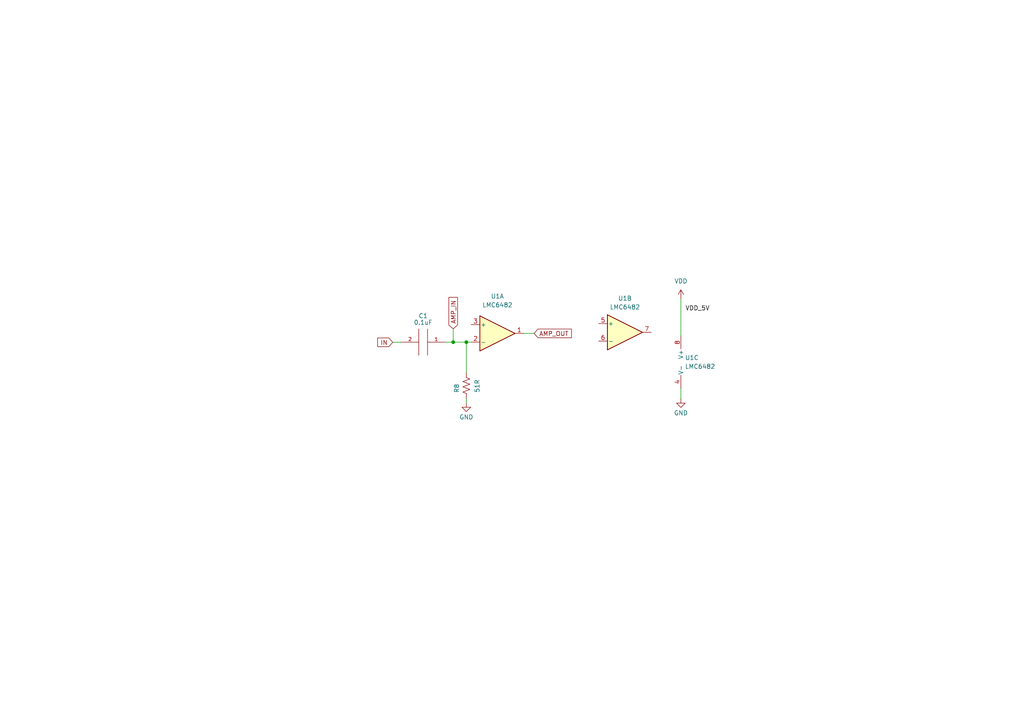
<source format=kicad_sch>
(kicad_sch (version 20211123) (generator eeschema)
  (paper "A4")
  (lib_symbols
    (symbol "Amplifier_Operational:LMC6482" (pin_names (offset 0.127))
      (property "Reference" "U" (at 0 5.08 0))
      (property "Value" "LMC6482" (at 0 -5.08 0))
      (symbol "LMC6482_1_1"
        (polyline (pts (xy -5.08 5.08) (xy 5.08 0) (xy -5.08 -5.08) (xy -5.08 5.08)) (stroke (width 0.254)) (fill (type background)))
        (pin output line (at 7.62 0 180) (length 2.54) (name "~") (number "1"))
        (pin input line (at -7.62 -2.54 0) (length 2.54) (name "-") (number "2"))
        (pin input line (at -7.62 2.54 0) (length 2.54) (name "+") (number "3"))
      )
      (symbol "LMC6482_2_1"
        (polyline (pts (xy -5.08 5.08) (xy 5.08 0) (xy -5.08 -5.08) (xy -5.08 5.08)) (stroke (width 0.254)) (fill (type background)))
        (pin input line (at -7.62 2.54 0) (length 2.54) (name "+") (number "5"))
        (pin input line (at -7.62 -2.54 0) (length 2.54) (name "-") (number "6"))
        (pin output line (at 7.62 0 180) (length 2.54) (name "~") (number "7"))
      )
      (symbol "LMC6482_3_1"
        (pin power_in line (at -2.54 -7.62 90) (length 3.81) (name "V-") (number "4"))
        (pin power_in line (at -2.54 7.62 270) (length 3.81) (name "V+") (number "8"))
      )
    )
    (symbol "Device:R_US" (pin_numbers hide) (pin_names (offset 0))
      (property "Reference" "R" (at 2.54 0 90))
      (property "Value" "R_US" (at -2.54 0 90))
      (symbol "R_US_0_1"
        (polyline (pts (xy 0 -2.286) (xy 0 -2.54)))
        (polyline (pts (xy 0 2.286) (xy 0 2.54)))
        (polyline (pts (xy 0 -0.762) (xy 1.016 -1.143) (xy 0 -1.524) (xy -1.016 -1.905) (xy 0 -2.286)))
        (polyline (pts (xy 0 0.762) (xy 1.016 0.381) (xy 0 0) (xy -1.016 -0.381) (xy 0 -0.762)))
        (polyline (pts (xy 0 2.286) (xy 1.016 1.905) (xy 0 1.524) (xy -1.016 1.143) (xy 0 0.762)))
      )
      (symbol "R_US_1_1"
        (pin passive line (at 0 3.81 270) (length 1.27) (name "~") (number "1"))
        (pin passive line (at 0 -3.81 90) (length 1.27) (name "~") (number "2"))
      )
    )
    (symbol "power:GND" (power) (pin_names (offset 0))
      (property "Value" "GND" (at 0 -3.81 0))
      (symbol "GND_0_1"
        (polyline (pts (xy 0 0) (xy 0 -1.27) (xy 1.27 -1.27) (xy 0 -2.54) (xy -1.27 -1.27) (xy 0 -1.27)))
      )
      (symbol "GND_1_1"
        (pin power_in line (at 0 0 270) (length 0) hide (name "GND") (number "1"))
      )
    )
    (symbol "power:VDD" (power) (pin_names (offset 0))
      (property "Value" "VDD" (at 0 3.81 0))
      (symbol "VDD_0_1"
        (polyline (pts (xy -0.762 1.27) (xy 0 2.54)))
        (polyline (pts (xy 0 0) (xy 0 2.54)))
        (polyline (pts (xy 0 2.54) (xy 0.762 1.27)))
      )
      (symbol "VDD_1_1"
        (pin power_in line (at 0 0 90) (length 0) hide (name "VDD") (number "1"))
      )
    )
    (symbol "pspice:C" (pin_names (offset 0.254))
      (property "Reference" "C" (at 2.54 3.81 90))
      (property "Value" "C" (at 2.54 -3.81 90))
      (symbol "C_0_1"
        (polyline (pts (xy -3.81 -1.27) (xy 3.81 -1.27)))
        (polyline (pts (xy -3.81 1.27) (xy 3.81 1.27)))
      )
      (symbol "C_1_1"
        (pin passive line (at 0 6.35 270) (length 5.08) (name "~") (number "1"))
        (pin passive line (at 0 -6.35 90) (length 5.08) (name "~") (number "2"))
      )
    )
  )
  (junction (at 135.255 99.2378))
  (junction (at 131.445 99.2378))
  (wire (pts (xy 131.445 95.377) (xy 131.445 99.2378)))
  (wire (pts (xy 131.445 99.2378) (xy 135.255 99.2378)))
  (wire (pts (xy 113.8936 99.2886) (xy 116.3828 99.2378)))
  (wire (pts (xy 197.485 86.614) (xy 197.485 97.409)))
  (wire (pts (xy 135.255 99.2378) (xy 135.255 108.0008)))
  (wire (pts (xy 129.0828 99.2378) (xy 131.445 99.2378)))
  (wire (pts (xy 151.892 96.6978) (xy 154.9146 96.6978)))
  (wire (pts (xy 136.652 99.2378) (xy 135.255 99.2378)))
  (wire (pts (xy 197.485 112.649) (xy 197.485 115.6462)))
  (wire (pts (xy 135.255 115.6208) (xy 135.255 116.84)))
  (label "VDD_5V" (at 198.755 90.424 0))
  (global_label "AMP_OUT" (shape input) (at 154.9146 96.6978 0) (property "Intersheet References" "${INTERSHEET_REFS}" (effects hide)))
  (global_label "AMP_IN" (shape input) (at 131.445 95.377 90) (property "Intersheet References" "${INTERSHEET_REFS}" (effects hide)))
  (global_label "IN" (shape input) (at 113.8936 99.2886 180) (property "Intersheet References" "${INTERSHEET_REFS}" (effects hide)))
  (symbol (lib_id "Device:R_US") (at 135.255 111.8108 180) (unit 1)
    (property "Reference" "R8" (at 132.461 112.6236 90))
    (property "Value" "51R" (at 138.4046 111.9632 90))
    (property "Footprint" "Resistor_SMD:R_0402_1005Metric" (effects hide))
  )
  (symbol (lib_id "power:GND") (at 197.485 115.6462 0) (unit 1)
    (property "Reference" "#PWR01" (effects hide))
    (property "Value" "GND" (at 197.485 119.7864 0))
  )
  (symbol (lib_id "Amplifier_Operational:LMC6482") (at 200.025 105.029 0) (unit 3)
    (property "Reference" "U1" (at 198.6534 103.7589 0) (effects (justify left)))
    (property "Value" "LMC6482" (at 198.6534 106.2989 0) (effects (justify left)))
    (property "Footprint" "Package_SO:SOIC-8_3.9x4.9mm_P1.27mm" (effects hide))
    (property "Datasheet" "http://www.ti.com/lit/ds/symlink/lmc6482.pdf" (effects hide))
  )
  (symbol (lib_id "Amplifier_Operational:LMC6482") (at 144.272 96.6978 0) (unit 1)
    (property "Reference" "U1" (at 144.272 85.9282 0))
    (property "Value" "LMC6482" (at 144.272 88.4682 0))
    (property "Footprint" "Package_SO:SOIC-8_3.9x4.9mm_P1.27mm" (effects hide))
    (property "Datasheet" "http://www.ti.com/lit/ds/symlink/lmc6482.pdf" (effects hide))
  )
  (symbol (lib_id "pspice:C") (at 122.7328 99.2378 270) (unit 1)
    (property "Reference" "C1" (at 122.7328 91.6178 90))
    (property "Value" "0.1uF" (at 122.7328 93.5228 90))
    (property "Footprint" "Capacitor_SMD:C_0402_1005Metric" (effects hide))
  )
  (symbol (lib_id "power:GND") (at 135.255 116.84 0) (unit 1)
    (property "Reference" "#PWR021" (effects hide))
    (property "Value" "GND" (at 135.255 120.9802 0))
  )
  (symbol (lib_id "power:VDD") (at 197.485 86.614 0) (unit 1)
    (property "Reference" "#PWR02" (effects hide))
    (property "Value" "VDD" (at 197.485 81.534 0))
  )
  (symbol (lib_id "Amplifier_Operational:LMC6482") (at 181.2544 96.393 0) (unit 2)
    (property "Reference" "U1" (at 181.2544 86.5378 0))
    (property "Value" "LMC6482" (at 181.2544 89.0778 0))
    (property "Footprint" "Package_SO:SOIC-8_3.9x4.9mm_P1.27mm" (effects hide))
    (property "Datasheet" "http://www.ti.com/lit/ds/symlink/lmc6482.pdf" (effects hide))
  )
)
</source>
